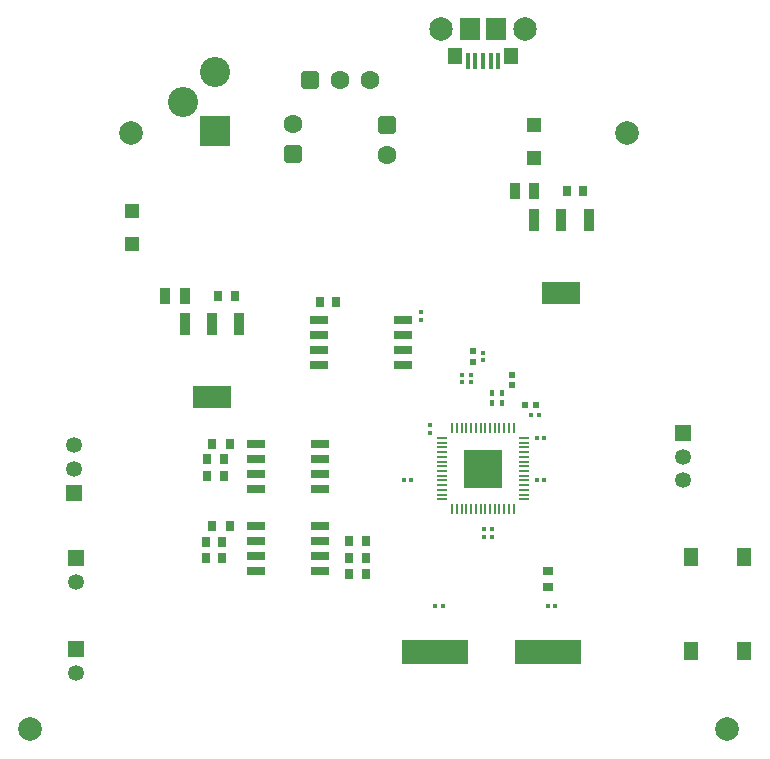
<source format=gbr>
G04*
G04 #@! TF.GenerationSoftware,Altium Limited,Altium Designer,23.8.1 (32)*
G04*
G04 Layer_Color=255*
%FSLAX44Y44*%
%MOMM*%
G71*
G04*
G04 #@! TF.SameCoordinates,B1DDD4D6-6927-4A11-B6FF-346F9E1F7E25*
G04*
G04*
G04 #@! TF.FilePolarity,Positive*
G04*
G01*
G75*
%ADD14R,3.2000X1.8500*%
%ADD15R,0.3400X1.4000*%
%ADD16R,1.1500X1.4500*%
%ADD17R,1.7500X1.9000*%
%ADD18R,0.4000X0.3500*%
%ADD19R,0.4500X0.5000*%
%ADD20R,3.2000X3.2000*%
%ADD21R,0.2000X0.8750*%
%ADD22R,0.8750X0.2000*%
%ADD23R,1.5280X0.6500*%
%ADD24R,1.3000X1.5500*%
%ADD25R,0.3500X0.4000*%
%ADD26R,0.7000X0.9000*%
%ADD27R,0.5000X0.5000*%
%ADD28R,0.6000X0.6200*%
%ADD29R,1.6000X0.6500*%
%ADD30R,0.7500X0.9400*%
%ADD31R,0.9700X1.4700*%
%ADD32R,5.6000X2.1000*%
%ADD33R,0.9000X0.7000*%
%ADD34R,0.9000X1.8500*%
%ADD35R,1.2000X1.2000*%
%ADD77R,1.3500X1.3500*%
%ADD78C,1.3500*%
%ADD79C,1.9950*%
G04:AMPARAMS|DCode=80|XSize=1.6mm|YSize=1.6mm|CornerRadius=0.4mm|HoleSize=0mm|Usage=FLASHONLY|Rotation=90.000|XOffset=0mm|YOffset=0mm|HoleType=Round|Shape=RoundedRectangle|*
%AMROUNDEDRECTD80*
21,1,1.6000,0.8000,0,0,90.0*
21,1,0.8000,1.6000,0,0,90.0*
1,1,0.8000,0.4000,0.4000*
1,1,0.8000,0.4000,-0.4000*
1,1,0.8000,-0.4000,-0.4000*
1,1,0.8000,-0.4000,0.4000*
%
%ADD80ROUNDEDRECTD80*%
%ADD81C,1.6000*%
%ADD82C,2.0000*%
%ADD83R,2.5500X2.5500*%
%ADD84C,2.5500*%
G04:AMPARAMS|DCode=85|XSize=1.6mm|YSize=1.6mm|CornerRadius=0.4mm|HoleSize=0mm|Usage=FLASHONLY|Rotation=0.000|XOffset=0mm|YOffset=0mm|HoleType=Round|Shape=RoundedRectangle|*
%AMROUNDEDRECTD85*
21,1,1.6000,0.8000,0,0,0.0*
21,1,0.8000,1.6000,0,0,0.0*
1,1,0.8000,0.4000,-0.4000*
1,1,0.8000,-0.4000,-0.4000*
1,1,0.8000,-0.4000,0.4000*
1,1,0.8000,0.4000,0.4000*
%
%ADD85ROUNDEDRECTD85*%
D14*
X184080Y311020D02*
D03*
X479820Y399010D02*
D03*
D15*
X400350Y595930D02*
D03*
X426350D02*
D03*
X419850D02*
D03*
X413350D02*
D03*
X406850D02*
D03*
D16*
X437050Y600130D02*
D03*
X389650D02*
D03*
D17*
X424600Y622430D02*
D03*
X402100D02*
D03*
D18*
X421300Y199200D02*
D03*
Y192600D02*
D03*
X413900D02*
D03*
Y199200D02*
D03*
X403511Y323538D02*
D03*
Y330138D02*
D03*
X395511Y323538D02*
D03*
Y330138D02*
D03*
X413780Y342100D02*
D03*
Y348700D02*
D03*
X360692Y376198D02*
D03*
Y382798D02*
D03*
X368350Y287260D02*
D03*
Y280660D02*
D03*
D19*
X421350Y314760D02*
D03*
Y306260D02*
D03*
X429350D02*
D03*
Y314760D02*
D03*
D20*
X413350Y250510D02*
D03*
D21*
X387350Y284890D02*
D03*
X391350D02*
D03*
X395350D02*
D03*
X399350D02*
D03*
X403350D02*
D03*
X407350D02*
D03*
X411350D02*
D03*
X415350D02*
D03*
X419350D02*
D03*
X423350D02*
D03*
X427350D02*
D03*
X431350D02*
D03*
X435350D02*
D03*
X439350D02*
D03*
Y216130D02*
D03*
X435350D02*
D03*
X431350D02*
D03*
X427350D02*
D03*
X423350D02*
D03*
X419350D02*
D03*
X415350D02*
D03*
X411350D02*
D03*
X407350D02*
D03*
X403350D02*
D03*
X399350D02*
D03*
X395350D02*
D03*
X391350D02*
D03*
X387350D02*
D03*
D22*
X447730Y276510D02*
D03*
Y272510D02*
D03*
Y268510D02*
D03*
Y264510D02*
D03*
Y260510D02*
D03*
Y256510D02*
D03*
Y252510D02*
D03*
Y248510D02*
D03*
Y244510D02*
D03*
Y240510D02*
D03*
Y236510D02*
D03*
Y232510D02*
D03*
Y228510D02*
D03*
Y224510D02*
D03*
X378970D02*
D03*
Y228510D02*
D03*
Y232510D02*
D03*
Y236510D02*
D03*
Y240510D02*
D03*
Y244510D02*
D03*
Y248510D02*
D03*
Y252510D02*
D03*
Y256510D02*
D03*
Y260510D02*
D03*
Y264510D02*
D03*
Y268510D02*
D03*
Y272510D02*
D03*
Y276510D02*
D03*
D23*
X275740Y201780D02*
D03*
Y189080D02*
D03*
Y176380D02*
D03*
Y163680D02*
D03*
X221520D02*
D03*
Y176380D02*
D03*
Y189080D02*
D03*
Y201780D02*
D03*
X275740Y271490D02*
D03*
Y258790D02*
D03*
Y246090D02*
D03*
Y233390D02*
D03*
X221520D02*
D03*
Y246090D02*
D03*
Y258790D02*
D03*
Y271490D02*
D03*
D24*
X634640Y175640D02*
D03*
Y96140D02*
D03*
X589640Y175640D02*
D03*
Y96140D02*
D03*
D25*
X352770Y240510D02*
D03*
X346170D02*
D03*
X454120Y295910D02*
D03*
X460720D02*
D03*
X458740Y240510D02*
D03*
X465340D02*
D03*
X379660Y134100D02*
D03*
X373060D02*
D03*
X474660Y134350D02*
D03*
X468060D02*
D03*
X465340Y276510D02*
D03*
X458740D02*
D03*
D26*
X184260Y201780D02*
D03*
X199260D02*
D03*
X184260Y271490D02*
D03*
X289350Y391910D02*
D03*
X275350D02*
D03*
X192490Y174710D02*
D03*
X178490D02*
D03*
X314050Y175280D02*
D03*
X300050D02*
D03*
X194100Y244560D02*
D03*
X180100D02*
D03*
X192490Y188710D02*
D03*
X178490D02*
D03*
X314050Y161280D02*
D03*
X300050D02*
D03*
X194100Y258560D02*
D03*
X180100D02*
D03*
X299550Y189080D02*
D03*
X314550D02*
D03*
X199260Y271490D02*
D03*
D27*
X404890Y340800D02*
D03*
Y350000D02*
D03*
X437620Y321650D02*
D03*
Y329850D02*
D03*
D28*
X448750Y304510D02*
D03*
X457950D02*
D03*
D29*
X274840Y376670D02*
D03*
Y363970D02*
D03*
Y351270D02*
D03*
Y338570D02*
D03*
X345840D02*
D03*
Y351270D02*
D03*
Y363970D02*
D03*
Y376670D02*
D03*
D30*
X498320Y485510D02*
D03*
X484320D02*
D03*
X203080Y397020D02*
D03*
X189080D02*
D03*
D31*
X456820Y485510D02*
D03*
X440220D02*
D03*
X161080Y397020D02*
D03*
X144480D02*
D03*
D32*
X373060Y95110D02*
D03*
X468060D02*
D03*
D33*
X468560Y163960D02*
D03*
Y149960D02*
D03*
D34*
X456820Y461010D02*
D03*
X479820D02*
D03*
X502820D02*
D03*
X161080Y373020D02*
D03*
X184080D02*
D03*
X207080D02*
D03*
D35*
X116080Y468320D02*
D03*
Y440320D02*
D03*
X456820Y541800D02*
D03*
Y513800D02*
D03*
D77*
X68580Y97790D02*
D03*
Y174940D02*
D03*
X582930Y280670D02*
D03*
X67310Y230190D02*
D03*
D78*
X68580Y77790D02*
D03*
Y154940D02*
D03*
X582930Y240670D02*
D03*
Y260670D02*
D03*
X67310Y250190D02*
D03*
Y270190D02*
D03*
D79*
X449100Y622430D02*
D03*
X377600D02*
D03*
D80*
X252560Y516620D02*
D03*
X332500Y541770D02*
D03*
D81*
X252560Y542020D02*
D03*
X317960Y579320D02*
D03*
X292560D02*
D03*
X332500Y516370D02*
D03*
D82*
X620000Y30000D02*
D03*
X30000D02*
D03*
X535000Y535000D02*
D03*
X115000D02*
D03*
D83*
X186450Y536220D02*
D03*
D84*
X159450Y561220D02*
D03*
X186450Y586220D02*
D03*
D85*
X267160Y579320D02*
D03*
M02*

</source>
